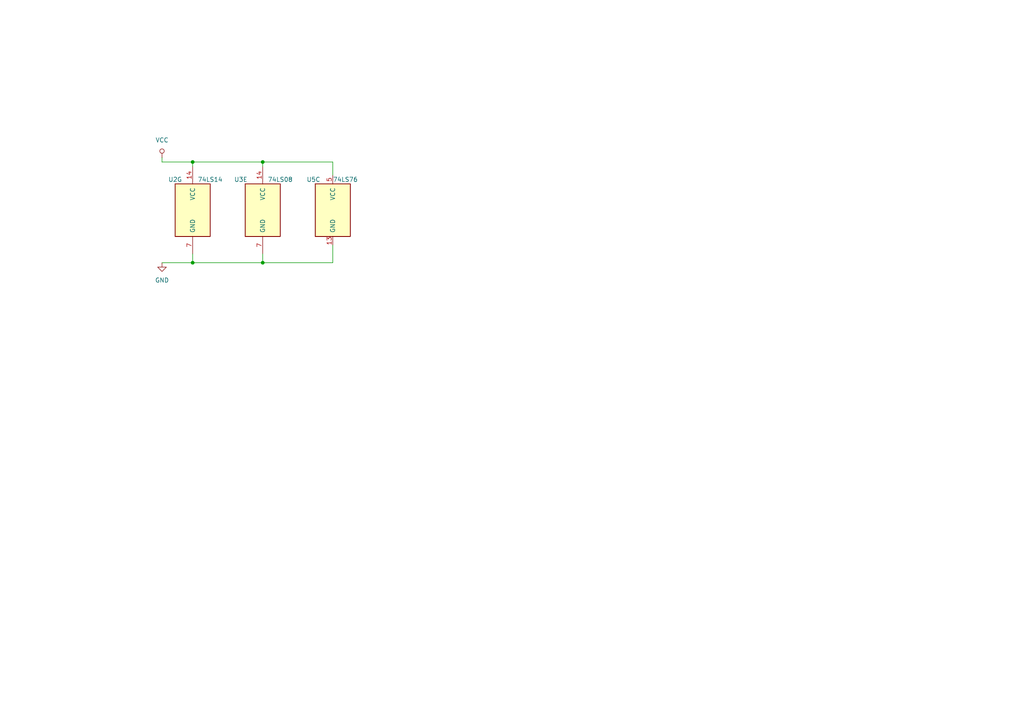
<source format=kicad_sch>
(kicad_sch (version 20230121) (generator eeschema)
  (paper "A4")
  (lib_symbols
    (symbol "00TJR:74xx_74LS76" (pin_names (offset 1.016))
      (property "Reference" "U" (at -5.08 7.62 0))
      (property "Value" "74xx_74LS76" (at 8.382 6.858 0))
      (symbol "74xx_74LS76_1_0"
        (pin input line (at -7.62 0 0) (length 1.651) (name "~") (number "1"))
        (pin output line (at 7.62 -2.54 180) (length 1.651) (name "~") (number "14"))
        (pin output line (at 7.62 2.54 180) (length 2.54) (name "Q") (number "15"))
        (pin input line (at -7.62 -2.54 0) (length 2.54) (name "K") (number "16"))
        (pin input line (at 0 7.62 270) (length 1.651) (name "~") (number "2"))
        (pin input line (at 0 -7.62 90) (length 1.651) (name "~") (number "3"))
        (pin input line (at -7.62 2.54 0) (length 2.54) (name "J") (number "4"))
      )
      (symbol "74xx_74LS76_1_1"
        (circle (center -5.588 0) (radius 0.3556))
        (rectangle (start -5.08 5.08) (end 5.08 -5.08) (stroke (width 0.254)) (fill (type background)))
        (circle (center 0 -5.588) (radius 0.3556))
        (polyline (pts (xy -5.08 0.635) (xy -4.445 0) (xy -5.08 -0.635)))
        (circle (center 0 5.588) (radius 0.3556))
        (circle (center 5.588 -2.54) (radius 0.3556))
        (text "~{C}" (at -3.302 -0.254 0) (effects (font (size 1.27 1.27))))
        (text "~{Q}" (at 3.302 -2.54 0) (effects (font (size 1.27 1.27))))
        (text "~{R}" (at 0 -4.064 0) (effects (font (size 1.27 1.27))))
        (text "~{S}" (at 0 3.302 0) (effects (font (size 1.27 1.27))))
      )
      (symbol "74xx_74LS76_2_1"
        (circle (center -5.588 0) (radius 0.3556))
        (rectangle (start -5.08 5.08) (end 5.08 -5.08) (stroke (width 0.254)) (fill (type background)))
        (circle (center 0 -5.588) (radius 0.3556))
        (polyline (pts (xy -5.08 0.635) (xy -4.445 0) (xy -5.08 -0.635)))
        (circle (center 0 5.588) (radius 0.3556))
        (circle (center 5.588 -2.54) (radius 0.3556))
        (text "~{C}" (at -3.302 -0.254 0) (effects (font (size 1.27 1.27))))
        (text "~{Q}" (at 3.302 -2.54 0) (effects (font (size 1.27 1.27))))
        (text "~{R}" (at 0 -4.064 0) (effects (font (size 1.27 1.27))))
        (text "~{S}" (at 0 3.302 0) (effects (font (size 1.27 1.27))))
        (pin output line (at 7.62 -2.54 180) (length 1.651) (name "~") (number "10"))
        (pin output line (at 7.62 2.54 180) (length 2.54) (name "Q") (number "11"))
        (pin input line (at -7.62 -2.54 0) (length 2.54) (name "K") (number "12"))
        (pin input line (at -7.62 0 0) (length 1.651) (name "~") (number "6"))
        (pin input line (at 0 7.62 270) (length 1.651) (name "~") (number "7"))
        (pin input line (at 0 -7.62 90) (length 1.651) (name "~") (number "8"))
        (pin input line (at -7.62 2.54 0) (length 2.54) (name "J") (number "9"))
      )
      (symbol "74xx_74LS76_3_1"
        (rectangle (start -3.81 5.08) (end 6.35 -10.16) (stroke (width 0.254)) (fill (type background)))
        (pin power_in line (at 1.27 -12.7 90) (length 2.54) (name "GND") (number "13"))
        (pin power_in line (at 1.27 7.62 270) (length 2.54) (name "VCC") (number "5"))
      )
    )
    (symbol "BJT-Amps-cache:power_VCC" (power) (pin_names (offset 0))
      (property "Value" "power_VCC" (at 0 3.81 0))
      (symbol "power_VCC_0_1"
        (polyline (pts (xy 0 0) (xy 0 1.27)))
        (circle (center 0 1.905) (radius 0.635))
      )
      (symbol "power_VCC_1_1"
        (pin power_in line (at 0 0 90) (length 0) hide (name "VCC") (number "1"))
      )
    )
    (symbol "F2018-cache:GND" (power) (pin_names (offset 0))
      (property "Value" "GND" (at 0 -3.81 0))
      (symbol "GND_0_1"
        (polyline (pts (xy 0 0) (xy 0 -1.27) (xy 1.27 -1.27) (xy 0 -2.54) (xy -1.27 -1.27) (xy 0 -1.27)))
      )
      (symbol "GND_1_1"
        (pin power_in line (at 0 0 270) (length 0) hide (name "GND") (number "1"))
      )
    )
    (symbol "S2020-cache:74xx_74LS14" (pin_names (offset 1.016))
      (property "Reference" "U" (at 0 1.27 0))
      (property "Value" "74xx_74LS14" (at 0 -1.27 0))
      (symbol "74xx_74LS14_1_0"
        (polyline (pts (xy -3.81 3.81) (xy -3.81 -3.81) (xy 3.81 0) (xy -3.81 3.81)) (stroke (width 0.254)) (fill (type background)))
        (pin input line (at -7.62 0 0) (length 3.81) (name "~") (number "1"))
        (pin output inverted (at 7.62 0 180) (length 3.81) (name "~") (number "2"))
      )
      (symbol "74xx_74LS14_1_1"
        (polyline (pts (xy -1.905 -1.27) (xy -1.905 1.27) (xy -0.635 1.27)))
        (polyline (pts (xy -2.54 -1.27) (xy -0.635 -1.27) (xy -0.635 1.27) (xy 0 1.27)))
      )
      (symbol "74xx_74LS14_2_0"
        (polyline (pts (xy -3.81 3.81) (xy -3.81 -3.81) (xy 3.81 0) (xy -3.81 3.81)) (stroke (width 0.254)) (fill (type background)))
        (pin input line (at -7.62 0 0) (length 3.81) (name "~") (number "3"))
        (pin output inverted (at 7.62 0 180) (length 3.81) (name "~") (number "4"))
      )
      (symbol "74xx_74LS14_2_1"
        (polyline (pts (xy -1.905 -1.27) (xy -1.905 1.27) (xy -0.635 1.27)))
        (polyline (pts (xy -2.54 -1.27) (xy -0.635 -1.27) (xy -0.635 1.27) (xy 0 1.27)))
      )
      (symbol "74xx_74LS14_3_0"
        (polyline (pts (xy -3.81 3.81) (xy -3.81 -3.81) (xy 3.81 0) (xy -3.81 3.81)) (stroke (width 0.254)) (fill (type background)))
        (pin input line (at -7.62 0 0) (length 3.81) (name "~") (number "5"))
        (pin output inverted (at 7.62 0 180) (length 3.81) (name "~") (number "6"))
      )
      (symbol "74xx_74LS14_3_1"
        (polyline (pts (xy -1.905 -1.27) (xy -1.905 1.27) (xy -0.635 1.27)))
        (polyline (pts (xy -2.54 -1.27) (xy -0.635 -1.27) (xy -0.635 1.27) (xy 0 1.27)))
      )
      (symbol "74xx_74LS14_4_0"
        (polyline (pts (xy -3.81 3.81) (xy -3.81 -3.81) (xy 3.81 0) (xy -3.81 3.81)) (stroke (width 0.254)) (fill (type background)))
        (pin output inverted (at 7.62 0 180) (length 3.81) (name "~") (number "8"))
        (pin input line (at -7.62 0 0) (length 3.81) (name "~") (number "9"))
      )
      (symbol "74xx_74LS14_4_1"
        (polyline (pts (xy -1.905 -1.27) (xy -1.905 1.27) (xy -0.635 1.27)))
        (polyline (pts (xy -2.54 -1.27) (xy -0.635 -1.27) (xy -0.635 1.27) (xy 0 1.27)))
      )
      (symbol "74xx_74LS14_5_0"
        (polyline (pts (xy -3.81 3.81) (xy -3.81 -3.81) (xy 3.81 0) (xy -3.81 3.81)) (stroke (width 0.254)) (fill (type background)))
        (pin output inverted (at 7.62 0 180) (length 3.81) (name "~") (number "10"))
        (pin input line (at -7.62 0 0) (length 3.81) (name "~") (number "11"))
      )
      (symbol "74xx_74LS14_5_1"
        (polyline (pts (xy -1.905 -1.27) (xy -1.905 1.27) (xy -0.635 1.27)))
        (polyline (pts (xy -2.54 -1.27) (xy -0.635 -1.27) (xy -0.635 1.27) (xy 0 1.27)))
      )
      (symbol "74xx_74LS14_6_0"
        (polyline (pts (xy -3.81 3.81) (xy -3.81 -3.81) (xy 3.81 0) (xy -3.81 3.81)) (stroke (width 0.254)) (fill (type background)))
        (pin output inverted (at 7.62 0 180) (length 3.81) (name "~") (number "12"))
        (pin input line (at -7.62 0 0) (length 3.81) (name "~") (number "13"))
      )
      (symbol "74xx_74LS14_6_1"
        (polyline (pts (xy -1.905 -1.27) (xy -1.905 1.27) (xy -0.635 1.27)))
        (polyline (pts (xy -2.54 -1.27) (xy -0.635 -1.27) (xy -0.635 1.27) (xy 0 1.27)))
      )
      (symbol "74xx_74LS14_7_0"
        (pin power_in line (at 0 12.7 270) (length 5.08) (name "VCC") (number "14"))
        (pin power_in line (at 0 -12.7 90) (length 5.08) (name "GND") (number "7"))
      )
      (symbol "74xx_74LS14_7_1"
        (rectangle (start -5.08 7.62) (end 5.08 -7.62) (stroke (width 0.254)) (fill (type background)))
      )
    )
    (symbol "TFlipFlop-cache:74xx_74LS08" (pin_names (offset 1.016))
      (property "Reference" "U" (at 0 1.27 0))
      (property "Value" "74xx_74LS08" (at 0 -1.27 0))
      (symbol "74xx_74LS08_1_1"
        (arc (start 0 -3.81) (mid 3.7934 0) (end 0 3.81) (stroke (width 0.254)) (fill (type background)))
        (polyline (pts (xy 0 3.81) (xy -3.81 3.81) (xy -3.81 -3.81) (xy 0 -3.81)) (stroke (width 0.254)) (fill (type background)))
        (pin input line (at -7.62 2.54 0) (length 3.81) (name "~") (number "1"))
        (pin input line (at -7.62 -2.54 0) (length 3.81) (name "~") (number "2"))
        (pin output line (at 7.62 0 180) (length 3.81) (name "~") (number "3"))
      )
      (symbol "74xx_74LS08_1_2"
        (arc (start -3.81 -3.81) (mid -2.589 0) (end -3.81 3.81) (stroke (width 0.254)))
        (arc (start -0.6096 -3.81) (mid 2.1842 -2.5851) (end 3.81 0) (stroke (width 0.254)) (fill (type background)))
        (polyline (pts (xy -3.81 -3.81) (xy -0.635 -3.81)) (stroke (width 0.254)) (fill (type background)))
        (polyline (pts (xy -3.81 3.81) (xy -0.635 3.81)) (stroke (width 0.254)) (fill (type background)))
        (polyline (pts (xy -0.635 3.81) (xy -3.81 3.81) (xy -3.81 3.81) (xy -3.556 3.4036) (xy -3.0226 2.2606) (xy -2.6924 1.0414) (xy -2.6162 -0.254) (xy -2.7686 -1.4986) (xy -3.175 -2.7178) (xy -3.81 -3.81) (xy -3.81 -3.81) (xy -0.635 -3.81)) (stroke (width -25.4)) (fill (type background)))
        (arc (start 3.81 0) (mid 2.1915 2.5936) (end -0.6096 3.81) (stroke (width 0.254)) (fill (type background)))
        (pin input inverted (at -7.62 2.54 0) (length 4.318) (name "~") (number "1"))
        (pin input inverted (at -7.62 -2.54 0) (length 4.318) (name "~") (number "2"))
        (pin output inverted (at 7.62 0 180) (length 3.81) (name "~") (number "3"))
      )
      (symbol "74xx_74LS08_2_1"
        (arc (start 0 -3.81) (mid 3.7934 0) (end 0 3.81) (stroke (width 0.254)) (fill (type background)))
        (polyline (pts (xy 0 3.81) (xy -3.81 3.81) (xy -3.81 -3.81) (xy 0 -3.81)) (stroke (width 0.254)) (fill (type background)))
        (pin input line (at -7.62 2.54 0) (length 3.81) (name "~") (number "4"))
        (pin input line (at -7.62 -2.54 0) (length 3.81) (name "~") (number "5"))
        (pin output line (at 7.62 0 180) (length 3.81) (name "~") (number "6"))
      )
      (symbol "74xx_74LS08_2_2"
        (arc (start -3.81 -3.81) (mid -2.589 0) (end -3.81 3.81) (stroke (width 0.254)))
        (arc (start -0.6096 -3.81) (mid 2.1842 -2.5851) (end 3.81 0) (stroke (width 0.254)) (fill (type background)))
        (polyline (pts (xy -3.81 -3.81) (xy -0.635 -3.81)) (stroke (width 0.254)) (fill (type background)))
        (polyline (pts (xy -3.81 3.81) (xy -0.635 3.81)) (stroke (width 0.254)) (fill (type background)))
        (polyline (pts (xy -0.635 3.81) (xy -3.81 3.81) (xy -3.81 3.81) (xy -3.556 3.4036) (xy -3.0226 2.2606) (xy -2.6924 1.0414) (xy -2.6162 -0.254) (xy -2.7686 -1.4986) (xy -3.175 -2.7178) (xy -3.81 -3.81) (xy -3.81 -3.81) (xy -0.635 -3.81)) (stroke (width -25.4)) (fill (type background)))
        (arc (start 3.81 0) (mid 2.1915 2.5936) (end -0.6096 3.81) (stroke (width 0.254)) (fill (type background)))
        (pin input inverted (at -7.62 2.54 0) (length 4.318) (name "~") (number "4"))
        (pin input inverted (at -7.62 -2.54 0) (length 4.318) (name "~") (number "5"))
        (pin output inverted (at 7.62 0 180) (length 3.81) (name "~") (number "6"))
      )
      (symbol "74xx_74LS08_3_1"
        (arc (start 0 -3.81) (mid 3.7934 0) (end 0 3.81) (stroke (width 0.254)) (fill (type background)))
        (polyline (pts (xy 0 3.81) (xy -3.81 3.81) (xy -3.81 -3.81) (xy 0 -3.81)) (stroke (width 0.254)) (fill (type background)))
        (pin input line (at -7.62 -2.54 0) (length 3.81) (name "~") (number "10"))
        (pin output line (at 7.62 0 180) (length 3.81) (name "~") (number "8"))
        (pin input line (at -7.62 2.54 0) (length 3.81) (name "~") (number "9"))
      )
      (symbol "74xx_74LS08_3_2"
        (arc (start -3.81 -3.81) (mid -2.589 0) (end -3.81 3.81) (stroke (width 0.254)))
        (arc (start -0.6096 -3.81) (mid 2.1842 -2.5851) (end 3.81 0) (stroke (width 0.254)) (fill (type background)))
        (polyline (pts (xy -3.81 -3.81) (xy -0.635 -3.81)) (stroke (width 0.254)) (fill (type background)))
        (polyline (pts (xy -3.81 3.81) (xy -0.635 3.81)) (stroke (width 0.254)) (fill (type background)))
        (polyline (pts (xy -0.635 3.81) (xy -3.81 3.81) (xy -3.81 3.81) (xy -3.556 3.4036) (xy -3.0226 2.2606) (xy -2.6924 1.0414) (xy -2.6162 -0.254) (xy -2.7686 -1.4986) (xy -3.175 -2.7178) (xy -3.81 -3.81) (xy -3.81 -3.81) (xy -0.635 -3.81)) (stroke (width -25.4)) (fill (type background)))
        (arc (start 3.81 0) (mid 2.1915 2.5936) (end -0.6096 3.81) (stroke (width 0.254)) (fill (type background)))
        (pin input inverted (at -7.62 -2.54 0) (length 4.318) (name "~") (number "10"))
        (pin output inverted (at 7.62 0 180) (length 3.81) (name "~") (number "8"))
        (pin input inverted (at -7.62 2.54 0) (length 4.318) (name "~") (number "9"))
      )
      (symbol "74xx_74LS08_4_1"
        (arc (start 0 -3.81) (mid 3.7934 0) (end 0 3.81) (stroke (width 0.254)) (fill (type background)))
        (polyline (pts (xy 0 3.81) (xy -3.81 3.81) (xy -3.81 -3.81) (xy 0 -3.81)) (stroke (width 0.254)) (fill (type background)))
        (pin output line (at 7.62 0 180) (length 3.81) (name "~") (number "11"))
        (pin input line (at -7.62 2.54 0) (length 3.81) (name "~") (number "12"))
        (pin input line (at -7.62 -2.54 0) (length 3.81) (name "~") (number "13"))
      )
      (symbol "74xx_74LS08_4_2"
        (arc (start -3.81 -3.81) (mid -2.589 0) (end -3.81 3.81) (stroke (width 0.254)))
        (arc (start -0.6096 -3.81) (mid 2.1842 -2.5851) (end 3.81 0) (stroke (width 0.254)) (fill (type background)))
        (polyline (pts (xy -3.81 -3.81) (xy -0.635 -3.81)) (stroke (width 0.254)) (fill (type background)))
        (polyline (pts (xy -3.81 3.81) (xy -0.635 3.81)) (stroke (width 0.254)) (fill (type background)))
        (polyline (pts (xy -0.635 3.81) (xy -3.81 3.81) (xy -3.81 3.81) (xy -3.556 3.4036) (xy -3.0226 2.2606) (xy -2.6924 1.0414) (xy -2.6162 -0.254) (xy -2.7686 -1.4986) (xy -3.175 -2.7178) (xy -3.81 -3.81) (xy -3.81 -3.81) (xy -0.635 -3.81)) (stroke (width -25.4)) (fill (type background)))
        (arc (start 3.81 0) (mid 2.1915 2.5936) (end -0.6096 3.81) (stroke (width 0.254)) (fill (type background)))
        (pin output inverted (at 7.62 0 180) (length 3.81) (name "~") (number "11"))
        (pin input inverted (at -7.62 2.54 0) (length 4.318) (name "~") (number "12"))
        (pin input inverted (at -7.62 -2.54 0) (length 4.318) (name "~") (number "13"))
      )
      (symbol "74xx_74LS08_5_0"
        (pin power_in line (at 0 12.7 270) (length 5.08) (name "VCC") (number "14"))
        (pin power_in line (at 0 -12.7 90) (length 5.08) (name "GND") (number "7"))
      )
      (symbol "74xx_74LS08_5_1"
        (rectangle (start -5.08 7.62) (end 5.08 -7.62) (stroke (width 0.254)) (fill (type background)))
      )
    )
  )
  (junction (at 55.88 76.2))
  (junction (at 76.2 76.2))
  (junction (at 76.2 46.99))
  (junction (at 55.88 46.99))
  (wire (pts (xy 46.99 45.72) (xy 46.99 46.99)))
  (wire (pts (xy 76.2 46.99) (xy 96.52 46.99)))
  (wire (pts (xy 76.2 46.99) (xy 55.88 46.99)))
  (wire (pts (xy 46.99 76.2) (xy 55.88 76.2)))
  (wire (pts (xy 55.88 76.2) (xy 55.88 73.66)))
  (wire (pts (xy 76.2 48.26) (xy 76.2 46.99)))
  (wire (pts (xy 76.2 73.66) (xy 76.2 76.2)))
  (wire (pts (xy 76.2 76.2) (xy 55.88 76.2)))
  (wire (pts (xy 96.52 71.12) (xy 96.52 76.2)))
  (wire (pts (xy 76.2 76.2) (xy 96.52 76.2)))
  (wire (pts (xy 55.88 46.99) (xy 55.88 48.26)))
  (wire (pts (xy 96.52 46.99) (xy 96.52 50.8)))
  (wire (pts (xy 46.99 46.99) (xy 55.88 46.99)))
  (symbol (lib_id "F2018-cache:GND") (at 46.99 76.2 0) (unit 1)
    (property "Reference" "#PWR03" (effects hide))
    (property "Value" "GND" (at 46.99 81.28 0))
  )
  (symbol (lib_id "00TJR:74xx_74LS76") (at 95.25 58.42 0) (unit 3)
    (property "Reference" "U5" (at 88.9 52.07 0) (effects (justify left)))
    (property "Value" "74LS76" (at 96.52 52.07 0) (effects (justify left)))
  )
  (symbol (lib_id "S2020-cache:74xx_74LS14") (at 55.88 60.96 0) (unit 7)
    (property "Reference" "U2" (at 50.8 52.07 0))
    (property "Value" "74LS14" (at 60.96 52.07 0))
  )
  (symbol (lib_id "BJT-Amps-cache:power_VCC") (at 46.99 45.72 0) (unit 1)
    (property "Reference" "#PWR01" (effects hide))
    (property "Value" "power_VCC" (at 46.99 40.64 0))
  )
  (symbol (lib_id "TFlipFlop-cache:74xx_74LS08") (at 76.2 60.96 0) (mirror y) (unit 5)
    (property "Reference" "U3" (at 69.85 52.07 0))
    (property "Value" "74LS08" (at 81.28 52.07 0))
  )
)
</source>
